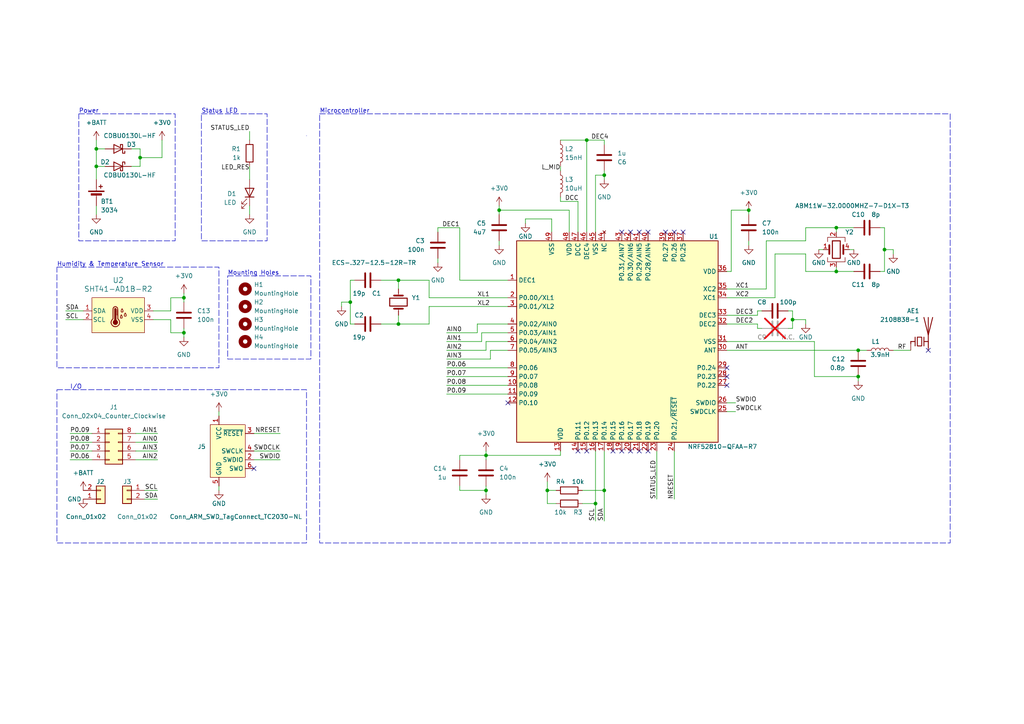
<source format=kicad_sch>
(kicad_sch (version 20230121) (generator eeschema)
  (paper "A4")
  (lib_symbols
    (symbol "Connector:Conn_ARM_SWD_TagConnect_TC2030-NL" (in_bom no)
      (property "Reference" "J" (at 2.54 11.43 0))
      (property "Value" "Conn_ARM_SWD_TagConnect_TC2030-NL" (at 2.54 8.89 0))
      (symbol "Conn_ARM_SWD_TagConnect_TC2030-NL_0_0"
        (pin power_in line (at -2.54 10.16 270) (length 2.54) (name "VCC") (number "1"))
        (pin bidirectional line (at 7.62 -2.54 180) (length 2.54) (name "SWDIO") (number "2"))
        (pin open_collector line (at 7.62 5.08 180) (length 2.54) (name "~{RESET}") (number "3"))
        (pin output line (at 7.62 0 180) (length 2.54) (name "SWCLK") (number "4"))
        (pin power_in line (at -2.54 -10.16 90) (length 2.54) (name "GND") (number "5"))
        (pin input line (at 7.62 -5.08 180) (length 2.54) (name "SWO") (number "6"))
      )
      (symbol "Conn_ARM_SWD_TagConnect_TC2030-NL_0_1"
        (rectangle (start -5.08 7.62) (end 5.08 -7.62) (fill (type background)))
      )
    )
    (symbol "Connector_Generic:Conn_01x02" (pin_names (offset 1.016) hide)
      (property "Reference" "J" (at 0 2.54 0))
      (property "Value" "Conn_01x02" (at 0 -5.08 0))
      (symbol "Conn_01x02_1_1"
        (rectangle (start -1.27 -2.413) (end 0 -2.667) (stroke (width 0.1524)))
        (rectangle (start -1.27 0.127) (end 0 -0.127) (stroke (width 0.1524)))
        (rectangle (start -1.27 1.27) (end 1.27 -3.81) (stroke (width 0.254)) (fill (type background)))
        (pin passive line (at -5.08 0 0) (length 3.81) (name "Pin_1") (number "1"))
        (pin passive line (at -5.08 -2.54 0) (length 3.81) (name "Pin_2") (number "2"))
      )
    )
    (symbol "Connector_Generic:Conn_02x04_Counter_Clockwise" (pin_names (offset 1.016) hide)
      (property "Reference" "J" (at 1.27 5.08 0))
      (property "Value" "Conn_02x04_Counter_Clockwise" (at 1.27 -7.62 0))
      (symbol "Conn_02x04_Counter_Clockwise_1_1"
        (rectangle (start -1.27 -4.953) (end 0 -5.207) (stroke (width 0.1524)))
        (rectangle (start -1.27 -2.413) (end 0 -2.667) (stroke (width 0.1524)))
        (rectangle (start -1.27 0.127) (end 0 -0.127) (stroke (width 0.1524)))
        (rectangle (start -1.27 2.667) (end 0 2.413) (stroke (width 0.1524)))
        (rectangle (start -1.27 3.81) (end 3.81 -6.35) (stroke (width 0.254)) (fill (type background)))
        (rectangle (start 3.81 -4.953) (end 2.54 -5.207) (stroke (width 0.1524)))
        (rectangle (start 3.81 -2.413) (end 2.54 -2.667) (stroke (width 0.1524)))
        (rectangle (start 3.81 0.127) (end 2.54 -0.127) (stroke (width 0.1524)))
        (rectangle (start 3.81 2.667) (end 2.54 2.413) (stroke (width 0.1524)))
        (pin passive line (at -5.08 2.54 0) (length 3.81) (name "Pin_1") (number "1"))
        (pin passive line (at -5.08 0 0) (length 3.81) (name "Pin_2") (number "2"))
        (pin passive line (at -5.08 -2.54 0) (length 3.81) (name "Pin_3") (number "3"))
        (pin passive line (at -5.08 -5.08 0) (length 3.81) (name "Pin_4") (number "4"))
        (pin passive line (at 7.62 -5.08 180) (length 3.81) (name "Pin_5") (number "5"))
        (pin passive line (at 7.62 -2.54 180) (length 3.81) (name "Pin_6") (number "6"))
        (pin passive line (at 7.62 0 180) (length 3.81) (name "Pin_7") (number "7"))
        (pin passive line (at 7.62 2.54 180) (length 3.81) (name "Pin_8") (number "8"))
      )
    )
    (symbol "Device:Antenna_Chip" (pin_numbers hide) (pin_names (offset 1.016) hide)
      (property "Reference" "AE" (at 0 5.08 0))
      (property "Value" "Antenna_Chip" (at 0 3.175 0))
      (symbol "Antenna_Chip_0_1"
        (polyline (pts (xy -2.54 0) (xy -2.54 -0.635)) (stroke (width 0.254)))
        (polyline (pts (xy -2.54 0) (xy -1.27 0)) (stroke (width 0.254)))
        (polyline (pts (xy 1.27 0) (xy 2.54 0)) (stroke (width 0.254)))
        (polyline (pts (xy 1.27 1.27) (xy 1.27 -1.27)) (stroke (width 0.254)))
        (polyline (pts (xy 2.54 -0.635) (xy 2.54 0)))
        (polyline (pts (xy 2.54 6.985) (xy 2.54 -1.905)) (stroke (width 0.254)))
        (polyline (pts (xy -1.27 1.27) (xy -1.27 -1.27) (xy -1.27 0)) (stroke (width 0.254)))
        (polyline (pts (xy 3.81 6.985) (xy 2.54 1.905) (xy 1.27 6.985)) (stroke (width 0.254)))
        (polyline (pts (xy -0.635 1.27) (xy 0.635 1.27) (xy 0.635 -1.27) (xy -0.635 -1.27) (xy -0.635 1.27)) (stroke (width 0.254)))
      )
      (symbol "Antenna_Chip_1_1"
        (pin input line (at -2.54 -2.54 90) (length 2.54) (name "FEED") (number "1"))
        (pin passive line (at 2.54 -2.54 90) (length 2.54) (name "PCB_Trace") (number "2"))
      )
    )
    (symbol "Device:Battery_Cell" (pin_numbers hide) (pin_names (offset 0) hide)
      (property "Reference" "BT" (at 2.54 2.54 0))
      (property "Value" "Battery_Cell" (at 2.54 0 0))
      (symbol "Battery_Cell_0_1"
        (rectangle (start -2.286 1.778) (end 2.286 1.524) (fill (type outline)))
        (rectangle (start -1.524 1.016) (end 1.524 0.508) (fill (type outline)))
        (polyline (pts (xy 0 0.762) (xy 0 0)))
        (polyline (pts (xy 0 1.778) (xy 0 2.54)))
        (polyline (pts (xy 0.762 3.048) (xy 1.778 3.048)) (stroke (width 0.254)))
        (polyline (pts (xy 1.27 3.556) (xy 1.27 2.54)) (stroke (width 0.254)))
      )
      (symbol "Battery_Cell_1_1"
        (pin passive line (at 0 5.08 270) (length 2.54) (name "+") (number "1"))
        (pin passive line (at 0 -2.54 90) (length 2.54) (name "-") (number "2"))
      )
    )
    (symbol "Device:C" (pin_numbers hide) (pin_names (offset 0.254))
      (property "Reference" "C" (at 0.635 2.54 0))
      (property "Value" "C" (at 0.635 -2.54 0))
      (symbol "C_0_1"
        (polyline (pts (xy -2.032 -0.762) (xy 2.032 -0.762)) (stroke (width 0.508)))
        (polyline (pts (xy -2.032 0.762) (xy 2.032 0.762)) (stroke (width 0.508)))
      )
      (symbol "C_1_1"
        (pin passive line (at 0 3.81 270) (length 2.794) (name "~") (number "1"))
        (pin passive line (at 0 -3.81 90) (length 2.794) (name "~") (number "2"))
      )
    )
    (symbol "Device:Crystal" (pin_numbers hide) (pin_names (offset 1.016) hide)
      (property "Reference" "Y" (at 0 3.81 0))
      (property "Value" "Crystal" (at 0 -3.81 0))
      (symbol "Crystal_0_1"
        (rectangle (start -1.143 2.54) (end 1.143 -2.54) (stroke (width 0.3048)))
        (polyline (pts (xy -2.54 0) (xy -1.905 0)))
        (polyline (pts (xy -1.905 -1.27) (xy -1.905 1.27)) (stroke (width 0.508)))
        (polyline (pts (xy 1.905 -1.27) (xy 1.905 1.27)) (stroke (width 0.508)))
        (polyline (pts (xy 2.54 0) (xy 1.905 0)))
      )
      (symbol "Crystal_1_1"
        (pin passive line (at -3.81 0 0) (length 1.27) (name "1") (number "1"))
        (pin passive line (at 3.81 0 180) (length 1.27) (name "2") (number "2"))
      )
    )
    (symbol "Device:Crystal_GND23" (pin_names (offset 1.016) hide)
      (property "Reference" "Y" (at 3.175 5.08 0))
      (property "Value" "Crystal_GND23" (at 3.175 3.175 0))
      (symbol "Crystal_GND23_0_1"
        (rectangle (start -1.143 2.54) (end 1.143 -2.54) (stroke (width 0.3048)))
        (polyline (pts (xy -2.54 0) (xy -2.032 0)))
        (polyline (pts (xy -2.032 -1.27) (xy -2.032 1.27)) (stroke (width 0.508)))
        (polyline (pts (xy 0 -3.81) (xy 0 -3.556)))
        (polyline (pts (xy 0 3.556) (xy 0 3.81)))
        (polyline (pts (xy 2.032 -1.27) (xy 2.032 1.27)) (stroke (width 0.508)))
        (polyline (pts (xy 2.032 0) (xy 2.54 0)))
        (polyline (pts (xy -2.54 -2.286) (xy -2.54 -3.556) (xy 2.54 -3.556) (xy 2.54 -2.286)))
        (polyline (pts (xy -2.54 2.286) (xy -2.54 3.556) (xy 2.54 3.556) (xy 2.54 2.286)))
      )
      (symbol "Crystal_GND23_1_1"
        (pin passive line (at -3.81 0 0) (length 1.27) (name "1") (number "1"))
        (pin passive line (at 0 5.08 270) (length 1.27) (name "2") (number "2"))
        (pin passive line (at 0 -5.08 90) (length 1.27) (name "3") (number "3"))
        (pin passive line (at 3.81 0 180) (length 1.27) (name "4") (number "4"))
      )
    )
    (symbol "Device:D_Schottky" (pin_numbers hide) (pin_names (offset 1.016) hide)
      (property "Reference" "D" (at 0 2.54 0))
      (property "Value" "D_Schottky" (at 0 -2.54 0))
      (symbol "D_Schottky_0_1"
        (polyline (pts (xy 1.27 0) (xy -1.27 0)))
        (polyline (pts (xy 1.27 1.27) (xy 1.27 -1.27) (xy -1.27 0) (xy 1.27 1.27)) (stroke (width 0.254)))
        (polyline (pts (xy -1.905 0.635) (xy -1.905 1.27) (xy -1.27 1.27) (xy -1.27 -1.27) (xy -0.635 -1.27) (xy -0.635 -0.635)) (stroke (width 0.254)))
      )
      (symbol "D_Schottky_1_1"
        (pin passive line (at -3.81 0 0) (length 2.54) (name "K") (number "1"))
        (pin passive line (at 3.81 0 180) (length 2.54) (name "A") (number "2"))
      )
    )
    (symbol "Device:L" (pin_numbers hide) (pin_names (offset 1.016) hide)
      (property "Reference" "L" (at -1.27 0 90))
      (property "Value" "L" (at 1.905 0 90))
      (symbol "L_0_1"
        (arc (start 0 -2.54) (mid 0.6323 -1.905) (end 0 -1.27))
        (arc (start 0 -1.27) (mid 0.6323 -0.635) (end 0 0))
        (arc (start 0 0) (mid 0.6323 0.635) (end 0 1.27))
        (arc (start 0 1.27) (mid 0.6323 1.905) (end 0 2.54))
      )
      (symbol "L_1_1"
        (pin passive line (at 0 3.81 270) (length 1.27) (name "1") (number "1"))
        (pin passive line (at 0 -3.81 90) (length 1.27) (name "2") (number "2"))
      )
    )
    (symbol "Device:LED" (pin_numbers hide) (pin_names (offset 1.016) hide)
      (property "Reference" "D" (at 0 2.54 0))
      (property "Value" "LED" (at 0 -2.54 0))
      (symbol "LED_0_1"
        (polyline (pts (xy -1.27 -1.27) (xy -1.27 1.27)) (stroke (width 0.254)))
        (polyline (pts (xy -1.27 0) (xy 1.27 0)))
        (polyline (pts (xy 1.27 -1.27) (xy 1.27 1.27) (xy -1.27 0) (xy 1.27 -1.27)) (stroke (width 0.254)))
        (polyline (pts (xy -3.048 -0.762) (xy -4.572 -2.286) (xy -3.81 -2.286) (xy -4.572 -2.286) (xy -4.572 -1.524)))
        (polyline (pts (xy -1.778 -0.762) (xy -3.302 -2.286) (xy -2.54 -2.286) (xy -3.302 -2.286) (xy -3.302 -1.524)))
      )
      (symbol "LED_1_1"
        (pin passive line (at -3.81 0 0) (length 2.54) (name "K") (number "1"))
        (pin passive line (at 3.81 0 180) (length 2.54) (name "A") (number "2"))
      )
    )
    (symbol "Device:R" (pin_numbers hide) (pin_names (offset 0))
      (property "Reference" "R" (at 2.032 0 90))
      (property "Value" "R" (at 0 0 90))
      (symbol "R_0_1"
        (rectangle (start -1.016 -2.54) (end 1.016 2.54) (stroke (width 0.254)))
      )
      (symbol "R_1_1"
        (pin passive line (at 0 3.81 270) (length 1.27) (name "~") (number "1"))
        (pin passive line (at 0 -3.81 90) (length 1.27) (name "~") (number "2"))
      )
    )
    (symbol "Mechanical:MountingHole" (pin_names (offset 1.016))
      (property "Reference" "H" (at 0 5.08 0))
      (property "Value" "MountingHole" (at 0 3.175 0))
      (symbol "MountingHole_0_1"
        (circle (center 0 0) (radius 1.27) (stroke (width 1.27)))
      )
    )
    (symbol "encyclopedia_galactica:NRF52810-QFAA-R7"
      (property "Reference" "U" (at 0 54.61 0))
      (property "Value" "NRF52810-QFAA-R7" (at 0 52.07 0))
      (symbol "NRF52810-QFAA-R7_0_1"
        (rectangle (start -29.21 29.21) (end 29.21 -29.21) (stroke (width 0.254)) (fill (type background)))
      )
      (symbol "NRF52810-QFAA-R7_1_1"
        (pin passive line (at -31.75 17.78 0) (length 2.54) (name "DEC1") (number "1"))
        (pin bidirectional line (at -31.75 -12.7 0) (length 2.54) (name "P0.08") (number "10"))
        (pin bidirectional line (at -31.75 -15.24 0) (length 2.54) (name "P0.09") (number "11"))
        (pin bidirectional line (at -31.75 -17.78 0) (length 2.54) (name "P0.10") (number "12"))
        (pin power_in line (at -16.51 -31.75 90) (length 2.54) (name "VDD") (number "13"))
        (pin bidirectional line (at -11.43 -31.75 90) (length 2.54) (name "P0.11") (number "14"))
        (pin bidirectional line (at -8.89 -31.75 90) (length 2.54) (name "P0.12") (number "15"))
        (pin bidirectional line (at -6.35 -31.75 90) (length 2.54) (name "P0.13") (number "16"))
        (pin bidirectional line (at -3.81 -31.75 90) (length 2.54) (name "P0.14") (number "17"))
        (pin bidirectional line (at -1.27 -31.75 90) (length 2.54) (name "P0.15") (number "18"))
        (pin bidirectional line (at 1.27 -31.75 90) (length 2.54) (name "P0.16") (number "19"))
        (pin bidirectional line (at -31.75 12.7 0) (length 2.54) (name "P0.00/XL1") (number "2"))
        (pin bidirectional line (at 3.81 -31.75 90) (length 2.54) (name "P0.17") (number "20"))
        (pin bidirectional line (at 6.35 -31.75 90) (length 2.54) (name "P0.18") (number "21"))
        (pin bidirectional line (at 8.89 -31.75 90) (length 2.54) (name "P0.19") (number "22"))
        (pin bidirectional line (at 11.43 -31.75 90) (length 2.54) (name "P0.20") (number "23"))
        (pin bidirectional line (at 16.51 -31.75 90) (length 2.54) (name "P0.21/~{RESET}") (number "24"))
        (pin input line (at 31.75 -20.32 180) (length 2.54) (name "SWDCLK") (number "25"))
        (pin bidirectional line (at 31.75 -17.78 180) (length 2.54) (name "SWDIO") (number "26"))
        (pin bidirectional line (at 31.75 -12.7 180) (length 2.54) (name "P0.22") (number "27"))
        (pin bidirectional line (at 31.75 -10.16 180) (length 2.54) (name "P0.23") (number "28"))
        (pin bidirectional line (at 31.75 -7.62 180) (length 2.54) (name "P0.24") (number "29"))
        (pin bidirectional line (at -31.75 10.16 0) (length 2.54) (name "P0.01/XL2") (number "3"))
        (pin passive line (at 31.75 -2.54 180) (length 2.54) (name "ANT") (number "30"))
        (pin power_in line (at 31.75 0 180) (length 2.54) (name "VSS") (number "31"))
        (pin passive line (at 31.75 5.08 180) (length 2.54) (name "DEC2") (number "32"))
        (pin passive line (at 31.75 7.62 180) (length 2.54) (name "DEC3") (number "33"))
        (pin input line (at 31.75 12.7 180) (length 2.54) (name "XC1") (number "34"))
        (pin input line (at 31.75 15.24 180) (length 2.54) (name "XC2") (number "35"))
        (pin passive line (at 31.75 20.32 180) (length 2.54) (name "VDD") (number "36"))
        (pin bidirectional line (at 19.05 31.75 270) (length 2.54) (name "P0.25") (number "37"))
        (pin bidirectional line (at 16.51 31.75 270) (length 2.54) (name "P0.26") (number "38"))
        (pin bidirectional line (at 13.97 31.75 270) (length 2.54) (name "P0.27") (number "39"))
        (pin bidirectional line (at -31.75 5.08 0) (length 2.54) (name "P0.02/AIN0") (number "4"))
        (pin bidirectional line (at 8.89 31.75 270) (length 2.54) (name "P0.28/AIN4") (number "40"))
        (pin bidirectional line (at 6.35 31.75 270) (length 2.54) (name "P0.29/AIN5") (number "41"))
        (pin bidirectional line (at 3.81 31.75 270) (length 2.54) (name "P0.30/AIN6") (number "42"))
        (pin bidirectional line (at 1.27 31.75 270) (length 2.54) (name "P0.31/AIN7") (number "43"))
        (pin no_connect line (at -3.81 31.75 270) (length 2.54) (name "NC") (number "44"))
        (pin passive line (at -6.35 31.75 270) (length 2.54) (name "VSS") (number "45"))
        (pin passive line (at -8.89 31.75 270) (length 2.54) (name "DEC4") (number "46"))
        (pin power_out line (at -11.43 31.75 270) (length 2.54) (name "DCC") (number "47"))
        (pin passive line (at -13.97 31.75 270) (length 2.54) (name "VDD") (number "48"))
        (pin passive line (at -19.05 31.75 270) (length 2.54) (name "VSS") (number "49"))
        (pin bidirectional line (at -31.75 2.54 0) (length 2.54) (name "P0.03/AIN1") (number "5"))
        (pin bidirectional line (at -31.75 0 0) (length 2.54) (name "P0.04/AIN2") (number "6"))
        (pin bidirectional line (at -31.75 -2.54 0) (length 2.54) (name "P0.05/AIN3") (number "7"))
        (pin bidirectional line (at -31.75 -7.62 0) (length 2.54) (name "P0.06") (number "8"))
        (pin bidirectional line (at -31.75 -10.16 0) (length 2.54) (name "P0.07") (number "9"))
      )
    )
    (symbol "encyclopedia_galactica:SHT41-AD1B-R2" (pin_names (offset 0.254))
      (property "Reference" "U" (at 0 13.97 0))
      (property "Value" "SHT41-AD1B-R2" (at 0 11.43 0))
      (symbol "SHT41-AD1B-R2_0_0"
        (polyline (pts (xy -0.7782 -2.7679) (xy -0.7538 -2.7614) (xy -0.6273 -2.7452) (xy -0.5713 -2.733) (xy -0.4386 -2.65) (xy -0.3005 -2.5149) (xy -0.1862 -2.3589) (xy -0.1253 -2.2133) (xy -0.1122 -1.9777) (xy -0.1841 -1.7536) (xy -0.3553 -1.5359) (xy -0.5465 -1.3446) (xy -0.5465 0.2882) (xy -0.5465 1.9209) (xy -0.6855 2.012) (xy -0.7691 2.0613) (xy -0.8546 2.0708) (xy -0.9634 2.012) (xy -1.1023 1.9209) (xy -1.1023 0.2767) (xy -1.1023 -1.3675) (xy -1.2424 -1.4777) (xy -1.2888 -1.5171) (xy -1.4497 -1.7284) (xy -1.5229 -1.9679) (xy -1.5126 -2.2124) (xy -1.4228 -2.4384) (xy -1.2576 -2.6226) (xy -1.0211 -2.7416) (xy -0.8813 -2.7694) (xy -0.7782 -2.7679)) (stroke (width 0.01)) (fill (type outline)))
        (polyline (pts (xy 2.1727 -0.3391) (xy 2.3119 -0.2679) (xy 2.3683 -0.175) (xy 2.3992 -0.0278) (xy 2.3871 0.0546) (xy 2.337 0.2108) (xy 2.2619 0.3868) (xy 2.177 0.5511) (xy 2.0973 0.6727) (xy 2.0379 0.7202) (xy 1.9994 0.6955) (xy 1.9245 0.5928) (xy 1.8393 0.4391) (xy 1.7593 0.2658) (xy 1.6999 0.1045) (xy 1.6767 -0.0135) (xy 1.6805 -0.0349) (xy 1.7878 -0.0349) (xy 1.7977 0.0177) (xy 1.8421 0.1542) (xy 1.9103 0.3256) (xy 2.0328 0.6103) (xy 2.1597 0.3359) (xy 2.2226 0.1922) (xy 2.2764 0.0231) (xy 2.275 -0.0919) (xy 2.2213 -0.1774) (xy 2.1655 -0.214) (xy 2.0379 -0.2441) (xy 1.9584 -0.2324) (xy 1.8367 -0.1559) (xy 1.7878 -0.0349) (xy 1.6805 -0.0349) (xy 1.6952 -0.1171) (xy 1.7686 -0.2536) (xy 1.8305 -0.3015) (xy 1.9945 -0.3498) (xy 2.1727 -0.3391)) (stroke (width 0.01)) (fill (type outline)))
        (polyline (pts (xy 1.2779 0.8852) (xy 1.3876 0.9342) (xy 1.439 1.0346) (xy 1.4494 1.2197) (xy 1.4056 1.4476) (xy 1.3104 1.6903) (xy 1.2438 1.815) (xy 1.1682 1.9333) (xy 1.1209 1.9791) (xy 1.087 1.9506) (xy 1.016 1.8457) (xy 0.9313 1.6903) (xy 0.8493 1.4902) (xy 0.7962 1.2577) (xy 0.7964 1.2083) (xy 0.8985 1.2083) (xy 0.907 1.2863) (xy 0.947 1.4367) (xy 1.0063 1.5899) (xy 1.0699 1.7089) (xy 1.1227 1.7568) (xy 1.1687 1.7194) (xy 1.2295 1.6057) (xy 1.286 1.4514) (xy 1.3252 1.2933) (xy 1.3338 1.1679) (xy 1.3235 1.1054) (xy 1.2709 1.0212) (xy 1.1467 0.9899) (xy 1.1356 0.9889) (xy 0.987 0.994) (xy 0.9164 1.0597) (xy 0.8985 1.2083) (xy 0.7964 1.2083) (xy 0.7968 1.063) (xy 0.8541 0.9342) (xy 0.9555 0.8871) (xy 1.116 0.8695) (xy 1.2779 0.8852)) (stroke (width 0.01)) (fill (type outline)))
        (polyline (pts (xy 1.1245 -0.8535) (xy 1.1312 -0.8498) (xy 1.2085 -0.7577) (xy 1.2315 -0.5895) (xy 1.2238 -0.507) (xy 1.1823 -0.3342) (xy 1.116 -0.1464) (xy 1.038 0.0259) (xy 0.9612 0.1517) (xy 0.8985 0.2005) (xy 0.864 0.1827) (xy 0.7914 0.0847) (xy 0.7123 -0.0722) (xy 0.6397 -0.2572) (xy 0.5864 -0.4397) (xy 0.5682 -0.5702) (xy 0.6762 -0.5702) (xy 0.6847 -0.4923) (xy 0.7246 -0.3419) (xy 0.784 -0.1887) (xy 0.8476 -0.0697) (xy 0.9004 -0.0218) (xy 0.9464 -0.0591) (xy 1.0072 -0.1728) (xy 1.0637 -0.3271) (xy 1.1029 -0.4853) (xy 1.1115 -0.6106) (xy 1.1012 -0.6731) (xy 1.0485 -0.7574) (xy 0.9243 -0.7887) (xy 0.9133 -0.7897) (xy 0.7647 -0.7846) (xy 0.6941 -0.7188) (xy 0.6762 -0.5702) (xy 0.5682 -0.5702) (xy 0.5656 -0.5887) (xy 0.5845 -0.7427) (xy 0.6623 -0.851) (xy 0.7257 -0.88) (xy 0.9286 -0.906) (xy 1.1245 -0.8535)) (stroke (width 0.01)) (fill (type outline)))
        (polyline (pts (xy -0.5545 -3.3797) (xy -0.2175 -3.2426) (xy 0.0945 -2.9972) (xy 0.1243 -2.9669) (xy 0.3463 -2.6832) (xy 0.4707 -2.3844) (xy 0.5089 -2.044) (xy 0.476 -1.8294) (xy 0.3828 -1.5698) (xy 0.2505 -1.3237) (xy 0.1 -1.1376) (xy -0.0463 -1.0029) (xy -0.0464 0.4742) (xy -0.0467 0.7893) (xy -0.0488 1.1761) (xy -0.0534 1.4752) (xy -0.0614 1.7005) (xy -0.0736 1.8661) (xy -0.0909 1.986) (xy -0.1139 2.0742) (xy -0.1437 2.1447) (xy -0.2598 2.3183) (xy -0.4689 2.4887) (xy -0.7142 2.5745) (xy -0.9722 2.5687) (xy -1.2192 2.4643) (xy -1.2384 2.4513) (xy -1.3421 2.3751) (xy -1.424 2.294) (xy -1.4867 2.1948) (xy -1.5327 2.0641) (xy -1.5646 1.8887) (xy -1.585 1.6553) (xy -1.5964 1.3506) (xy -1.6014 0.9613) (xy -1.6025 0.4742) (xy -1.6026 -1.0029) (xy -1.7489 -1.1376) (xy -1.8907 -1.3105) (xy -2.0247 -1.5544) (xy -2.1208 -1.8145) (xy -2.1578 -2.044) (xy -2.1575 -2.0827) (xy -2.138 -2.2218) (xy -1.9808 -2.2218) (xy -1.9707 -1.897) (xy -1.8626 -1.5804) (xy -1.6554 -1.2905) (xy -1.4358 -1.0597) (xy -1.4358 0.4346) (xy -1.4358 0.4797) (xy -1.4346 0.9365) (xy -1.4309 1.2963) (xy -1.424 1.572) (xy -1.4133 1.7764) (xy -1.398 1.9226) (xy -1.3777 2.0235) (xy -1.3515 2.0921) (xy -1.3513 2.0925) (xy -1.216 2.2564) (xy -1.0244 2.3768) (xy -0.8244 2.4237) (xy -0.7891 2.4224) (xy -0.5709 2.3561) (xy -0.3871 2.2073) (xy -0.2603 2.0002) (xy -0.2131 1.7595) (xy -0.2144 1.7118) (xy -0.2434 1.6157) (xy -0.3242 1.59) (xy -0.389 1.5745) (xy -0.4354 1.5066) (xy -0.4147 1.458) (xy -0.3242 1.4233) (xy -0.2391 1.3933) (xy -0.2131 1.2843) (xy -0.237 1.1779) (xy -0.3242 1.1454) (xy -0.389 1.1299) (xy -0.4354 1.062) (xy -0.4147 1.0134) (xy -0.3242 0.9786) (xy -0.2391 0.9486) (xy -0.2131 0.8397) (xy -0.237 0.7333) (xy -0.3242 0.7007) (xy -0.389 0.6853) (xy -0.4354 0.6174) (xy -0.4147 0.5687) (xy -0.3242 0.534) (xy -0.2391 0.504) (xy -0.2131 0.395) (xy -0.237 0.2887) (xy -0.3242 0.2561) (xy -0.389 0.2406) (xy -0.4354 0.1727) (xy -0.4147 0.1241) (xy -0.3242 0.0894) (xy -0.3128 0.0892) (xy -0.2667 0.0778) (xy -0.2375 0.0345) (xy -0.2213 -0.0606) (xy -0.2145 -0.2272) (xy -0.2131 -0.4852) (xy -0.2131 -1.0597) (xy 0.0065 -1.2905) (xy 0.1132 -1.418) (xy 0.2758 -1.7239) (xy 0.3386 -2.0486) (xy 0.3025 -2.3736) (xy 0.168 -2.6806) (xy -0.0639 -2.9511) (xy -0.1168 -2.9941) (xy -0.3007 -3.1115) (xy -0.4755 -3.1865) (xy -0.586 -3.2131) (xy -0.9384 -3.2355) (xy -1.2628 -3.1514) (xy -1.568 -2.9592) (xy -1.7106 -2.8208) (xy -1.8938 -2.5359) (xy -1.9808 -2.2218) (xy -2.138 -2.2218) (xy -2.1106 -2.4174) (xy -1.9764 -2.7137) (xy -1.7434 -2.9978) (xy -1.5826 -3.142) (xy -1.4085 -3.2682) (xy -1.2691 -3.3395) (xy -0.9161 -3.4084) (xy -0.5545 -3.3797)) (stroke (width 0.01)) (fill (type outline)))
      )
      (symbol "SHT41-AD1B-R2_1_1"
        (rectangle (start -7.62 5.08) (end 7.62 -5.08) (fill (type background)))
        (pin bidirectional line (at -10.16 1.27 0) (length 2.54) (name "SDA") (number "1"))
        (pin input line (at -10.16 -1.27 0) (length 2.54) (name "SCL") (number "2"))
        (pin power_in line (at 10.16 1.27 180) (length 2.54) (name "VDD") (number "3"))
        (pin power_out line (at 10.16 -1.27 180) (length 2.54) (name "VSS") (number "4"))
      )
    )
    (symbol "power:+3V0" (power) (pin_names (offset 0))
      (property "Value" "+3V0" (at 0 3.556 0))
      (symbol "+3V0_0_1"
        (polyline (pts (xy -0.762 1.27) (xy 0 2.54)))
        (polyline (pts (xy 0 0) (xy 0 2.54)))
        (polyline (pts (xy 0 2.54) (xy 0.762 1.27)))
      )
      (symbol "+3V0_1_1"
        (pin power_in line (at 0 0 90) (length 0) hide (name "+3V0") (number "1"))
      )
    )
    (symbol "power:+BATT" (power) (pin_names (offset 0))
      (property "Value" "+BATT" (at 0 3.556 0))
      (symbol "+BATT_0_1"
        (polyline (pts (xy -0.762 1.27) (xy 0 2.54)))
        (polyline (pts (xy 0 0) (xy 0 2.54)))
        (polyline (pts (xy 0 2.54) (xy 0.762 1.27)))
      )
      (symbol "+BATT_1_1"
        (pin power_in line (at 0 0 90) (length 0) hide (name "+BATT") (number "1"))
      )
    )
    (symbol "power:GND" (power) (pin_names (offset 0))
      (property "Value" "GND" (at 0 -3.81 0))
      (symbol "GND_0_1"
        (polyline (pts (xy 0 0) (xy 0 -1.27) (xy 1.27 -1.27) (xy 0 -2.54) (xy -1.27 -1.27) (xy 0 -1.27)))
      )
      (symbol "GND_1_1"
        (pin power_in line (at 0 0 270) (length 0) hide (name "GND") (number "1"))
      )
    )
  )
  (junction (at 140.97 142.24))
  (junction (at 242.57 66.04))
  (junction (at 27.94 48.26))
  (junction (at 217.17 60.96))
  (junction (at 248.92 109.22))
  (junction (at 140.97 132.08))
  (junction (at 175.26 50.8))
  (junction (at 158.75 142.24))
  (junction (at 248.92 101.6))
  (junction (at 144.78 60.96))
  (junction (at 115.57 93.98))
  (junction (at 53.34 96.52))
  (junction (at 27.94 43.18))
  (junction (at 170.18 40.64))
  (junction (at 175.26 142.24))
  (junction (at 172.72 146.05))
  (junction (at 40.64 45.72))
  (junction (at 242.57 78.74))
  (junction (at 101.6 87.63))
  (junction (at 229.87 92.71))
  (junction (at 115.57 81.28))
  (junction (at 53.34 86.36))
  (junction (at 256.54 72.39))
  (no_connect (at 182.88 130.81))
  (no_connect (at 73.66 135.89))
  (no_connect (at 210.82 111.76))
  (no_connect (at 210.82 109.22))
  (no_connect (at 167.64 130.81))
  (no_connect (at 269.24 101.6))
  (no_connect (at 180.34 130.81))
  (no_connect (at 170.18 130.81))
  (no_connect (at 177.8 130.81))
  (no_connect (at 187.96 67.31))
  (no_connect (at 147.32 116.84))
  (no_connect (at 185.42 130.81))
  (no_connect (at 185.42 67.31))
  (no_connect (at 180.34 67.31))
  (no_connect (at 187.96 130.81))
  (no_connect (at 195.58 67.31))
  (no_connect (at 193.04 67.31))
  (no_connect (at 182.88 67.31))
  (no_connect (at 210.82 106.68))
  (no_connect (at 198.12 67.31))
  (wire (pts (xy 129.54 99.06) (xy 139.7 99.06)))
  (wire (pts (xy 127 74.93) (xy 127 76.2)))
  (wire (pts (xy 101.6 93.98) (xy 101.6 87.63)))
  (wire (pts (xy 175.26 49.53) (xy 175.26 50.8)))
  (wire (pts (xy 242.57 78.74) (xy 242.57 77.47)))
  (wire (pts (xy 212.09 78.74) (xy 210.82 78.74)))
  (wire (pts (xy 19.05 92.71) (xy 24.13 92.71)))
  (wire (pts (xy 147.32 96.52) (xy 139.7 96.52)))
  (wire (pts (xy 222.25 69.85) (xy 222.25 83.82)))
  (wire (pts (xy 129.54 114.3) (xy 147.32 114.3)))
  (wire (pts (xy 233.68 92.71) (xy 229.87 92.71)))
  (wire (pts (xy 161.29 142.24) (xy 158.75 142.24)))
  (wire (pts (xy 224.79 73.66) (xy 233.68 73.66)))
  (wire (pts (xy 38.1 43.18) (xy 40.64 43.18)))
  (wire (pts (xy 172.72 146.05) (xy 172.72 151.13)))
  (wire (pts (xy 160.02 63.5) (xy 152.4 63.5)))
  (wire (pts (xy 53.34 85.09) (xy 53.34 86.36)))
  (wire (pts (xy 115.57 81.28) (xy 115.57 83.82)))
  (wire (pts (xy 190.5 130.81) (xy 190.5 144.78)))
  (wire (pts (xy 124.46 81.28) (xy 124.46 86.36)))
  (wire (pts (xy 259.08 101.6) (xy 264.16 101.6)))
  (wire (pts (xy 27.94 48.26) (xy 30.48 48.26)))
  (wire (pts (xy 27.94 59.69) (xy 27.94 62.23)))
  (wire (pts (xy 144.78 71.12) (xy 144.78 69.85)))
  (wire (pts (xy 140.97 99.06) (xy 140.97 101.6)))
  (wire (pts (xy 39.37 130.81) (xy 45.72 130.81)))
  (wire (pts (xy 49.53 86.36) (xy 53.34 86.36)))
  (wire (pts (xy 256.54 78.74) (xy 256.54 72.39)))
  (wire (pts (xy 162.56 58.42) (xy 167.64 58.42)))
  (wire (pts (xy 220.98 95.25) (xy 219.71 95.25)))
  (wire (pts (xy 72.39 38.1) (xy 72.39 40.64)))
  (wire (pts (xy 102.87 93.98) (xy 101.6 93.98)))
  (wire (pts (xy 140.97 140.97) (xy 140.97 142.24)))
  (wire (pts (xy 129.54 101.6) (xy 140.97 101.6)))
  (wire (pts (xy 129.54 106.68) (xy 147.32 106.68)))
  (wire (pts (xy 140.97 132.08) (xy 140.97 133.35)))
  (wire (pts (xy 129.54 109.22) (xy 147.32 109.22)))
  (wire (pts (xy 127 67.31) (xy 127 66.04)))
  (wire (pts (xy 27.94 40.64) (xy 27.94 43.18)))
  (wire (pts (xy 133.35 81.28) (xy 133.35 66.04)))
  (wire (pts (xy 133.35 66.04) (xy 127 66.04)))
  (wire (pts (xy 147.32 93.98) (xy 138.43 93.98)))
  (wire (pts (xy 233.68 93.98) (xy 233.68 92.71)))
  (wire (pts (xy 248.92 101.6) (xy 251.46 101.6)))
  (wire (pts (xy 229.87 92.71) (xy 229.87 95.25)))
  (wire (pts (xy 49.53 90.17) (xy 49.53 86.36)))
  (wire (pts (xy 39.37 133.35) (xy 45.72 133.35)))
  (wire (pts (xy 40.64 43.18) (xy 40.64 45.72)))
  (wire (pts (xy 133.35 132.08) (xy 140.97 132.08)))
  (wire (pts (xy 53.34 86.36) (xy 53.34 87.63)))
  (wire (pts (xy 242.57 66.04) (xy 233.68 66.04)))
  (wire (pts (xy 238.76 72.39) (xy 237.49 72.39)))
  (wire (pts (xy 170.18 40.64) (xy 170.18 67.31)))
  (wire (pts (xy 129.54 111.76) (xy 147.32 111.76)))
  (wire (pts (xy 220.98 90.17) (xy 219.71 90.17)))
  (wire (pts (xy 172.72 130.81) (xy 172.72 146.05)))
  (wire (pts (xy 140.97 130.81) (xy 140.97 132.08)))
  (wire (pts (xy 165.1 60.96) (xy 144.78 60.96)))
  (wire (pts (xy 228.6 90.17) (xy 229.87 90.17)))
  (wire (pts (xy 20.32 128.27) (xy 26.67 128.27)))
  (wire (pts (xy 210.82 99.06) (xy 236.22 99.06)))
  (wire (pts (xy 99.06 88.9) (xy 99.06 87.63)))
  (wire (pts (xy 133.35 140.97) (xy 133.35 142.24)))
  (wire (pts (xy 210.82 101.6) (xy 248.92 101.6)))
  (wire (pts (xy 110.49 81.28) (xy 115.57 81.28)))
  (wire (pts (xy 142.24 101.6) (xy 142.24 104.14)))
  (wire (pts (xy 139.7 96.52) (xy 139.7 99.06)))
  (wire (pts (xy 20.32 130.81) (xy 26.67 130.81)))
  (wire (pts (xy 165.1 67.31) (xy 165.1 60.96)))
  (wire (pts (xy 224.79 73.66) (xy 224.79 86.36)))
  (wire (pts (xy 161.29 146.05) (xy 158.75 146.05)))
  (wire (pts (xy 158.75 142.24) (xy 158.75 139.7)))
  (wire (pts (xy 140.97 132.08) (xy 162.56 132.08)))
  (wire (pts (xy 242.57 66.04) (xy 242.57 67.31)))
  (wire (pts (xy 256.54 66.04) (xy 255.27 66.04)))
  (wire (pts (xy 233.68 78.74) (xy 242.57 78.74)))
  (wire (pts (xy 195.58 130.81) (xy 195.58 144.78)))
  (wire (pts (xy 236.22 99.06) (xy 236.22 109.22)))
  (wire (pts (xy 40.64 48.26) (xy 38.1 48.26)))
  (wire (pts (xy 247.65 72.39) (xy 246.38 72.39)))
  (wire (pts (xy 217.17 60.96) (xy 217.17 62.23)))
  (wire (pts (xy 45.72 142.24) (xy 41.91 142.24)))
  (wire (pts (xy 162.56 48.26) (xy 162.56 49.53)))
  (wire (pts (xy 138.43 93.98) (xy 138.43 96.52)))
  (wire (pts (xy 236.22 109.22) (xy 248.92 109.22)))
  (wire (pts (xy 46.99 40.64) (xy 46.99 45.72)))
  (wire (pts (xy 115.57 93.98) (xy 124.46 93.98)))
  (wire (pts (xy 63.5 140.97) (xy 63.5 142.24)))
  (wire (pts (xy 40.64 45.72) (xy 40.64 48.26)))
  (wire (pts (xy 20.32 125.73) (xy 26.67 125.73)))
  (wire (pts (xy 210.82 93.98) (xy 219.71 93.98)))
  (wire (pts (xy 45.72 144.78) (xy 41.91 144.78)))
  (wire (pts (xy 217.17 69.85) (xy 217.17 71.12)))
  (wire (pts (xy 20.32 133.35) (xy 26.67 133.35)))
  (wire (pts (xy 53.34 96.52) (xy 53.34 97.79)))
  (wire (pts (xy 259.08 73.66) (xy 259.08 72.39)))
  (wire (pts (xy 124.46 86.36) (xy 147.32 86.36)))
  (wire (pts (xy 124.46 88.9) (xy 147.32 88.9)))
  (wire (pts (xy 72.39 59.69) (xy 72.39 62.23)))
  (wire (pts (xy 175.26 142.24) (xy 175.26 151.13)))
  (wire (pts (xy 72.39 48.26) (xy 72.39 52.07)))
  (wire (pts (xy 160.02 67.31) (xy 160.02 63.5)))
  (wire (pts (xy 73.66 130.81) (xy 81.28 130.81)))
  (wire (pts (xy 39.37 125.73) (xy 45.72 125.73)))
  (wire (pts (xy 115.57 81.28) (xy 124.46 81.28)))
  (wire (pts (xy 210.82 91.44) (xy 219.71 91.44)))
  (wire (pts (xy 212.09 60.96) (xy 217.17 60.96)))
  (wire (pts (xy 46.99 45.72) (xy 40.64 45.72)))
  (wire (pts (xy 175.26 40.64) (xy 175.26 41.91)))
  (wire (pts (xy 144.78 59.69) (xy 144.78 60.96)))
  (wire (pts (xy 228.6 95.25) (xy 229.87 95.25)))
  (wire (pts (xy 255.27 78.74) (xy 256.54 78.74)))
  (wire (pts (xy 138.43 96.52) (xy 129.54 96.52)))
  (wire (pts (xy 133.35 133.35) (xy 133.35 132.08)))
  (wire (pts (xy 124.46 93.98) (xy 124.46 88.9)))
  (wire (pts (xy 175.26 50.8) (xy 175.26 52.07)))
  (wire (pts (xy 210.82 119.38) (xy 213.36 119.38)))
  (wire (pts (xy 101.6 87.63) (xy 101.6 81.28)))
  (wire (pts (xy 170.18 40.64) (xy 175.26 40.64)))
  (wire (pts (xy 147.32 101.6) (xy 142.24 101.6)))
  (wire (pts (xy 162.56 40.64) (xy 170.18 40.64)))
  (wire (pts (xy 63.5 119.38) (xy 63.5 120.65)))
  (wire (pts (xy 158.75 146.05) (xy 158.75 142.24)))
  (wire (pts (xy 53.34 95.25) (xy 53.34 96.52)))
  (wire (pts (xy 224.79 86.36) (xy 210.82 86.36)))
  (wire (pts (xy 219.71 93.98) (xy 219.71 95.25)))
  (wire (pts (xy 144.78 60.96) (xy 144.78 62.23)))
  (wire (pts (xy 233.68 66.04) (xy 233.68 69.85)))
  (wire (pts (xy 142.24 104.14) (xy 129.54 104.14)))
  (wire (pts (xy 175.26 130.81) (xy 175.26 142.24)))
  (wire (pts (xy 39.37 128.27) (xy 45.72 128.27)))
  (wire (pts (xy 248.92 109.22) (xy 248.92 110.49)))
  (wire (pts (xy 44.45 90.17) (xy 49.53 90.17)))
  (wire (pts (xy 256.54 72.39) (xy 256.54 66.04)))
  (wire (pts (xy 172.72 50.8) (xy 175.26 50.8)))
  (wire (pts (xy 73.66 133.35) (xy 81.28 133.35)))
  (wire (pts (xy 259.08 72.39) (xy 256.54 72.39)))
  (wire (pts (xy 49.53 92.71) (xy 49.53 96.52)))
  (wire (pts (xy 147.32 81.28) (xy 133.35 81.28)))
  (wire (pts (xy 233.68 78.74) (xy 233.68 73.66)))
  (wire (pts (xy 247.65 66.04) (xy 242.57 66.04)))
  (wire (pts (xy 44.45 92.71) (xy 49.53 92.71)))
  (wire (pts (xy 229.87 90.17) (xy 229.87 92.71)))
  (wire (pts (xy 140.97 142.24) (xy 140.97 143.51)))
  (wire (pts (xy 115.57 91.44) (xy 115.57 93.98)))
  (wire (pts (xy 19.05 90.17) (xy 24.13 90.17)))
  (wire (pts (xy 167.64 58.42) (xy 167.64 67.31)))
  (wire (pts (xy 110.49 93.98) (xy 115.57 93.98)))
  (wire (pts (xy 147.32 99.06) (xy 140.97 99.06)))
  (wire (pts (xy 49.53 96.52) (xy 53.34 96.52)))
  (wire (pts (xy 162.56 130.81) (xy 162.56 132.08)))
  (wire (pts (xy 212.09 60.96) (xy 212.09 78.74)))
  (wire (pts (xy 172.72 50.8) (xy 172.72 67.31)))
  (wire (pts (xy 210.82 116.84) (xy 213.36 116.84)))
  (wire (pts (xy 168.91 142.24) (xy 175.26 142.24)))
  (wire (pts (xy 152.4 63.5) (xy 152.4 64.77)))
  (wire (pts (xy 222.25 69.85) (xy 233.68 69.85)))
  (wire (pts (xy 27.94 48.26) (xy 27.94 52.07)))
  (wire (pts (xy 99.06 87.63) (xy 101.6 87.63)))
  (wire (pts (xy 133.35 142.24) (xy 140.97 142.24)))
  (wire (pts (xy 247.65 78.74) (xy 242.57 78.74)))
  (wire (pts (xy 73.66 125.73) (xy 81.28 125.73)))
  (wire (pts (xy 27.94 43.18) (xy 27.94 48.26)))
  (wire (pts (xy 210.82 83.82) (xy 222.25 83.82)))
  (wire (pts (xy 27.94 43.18) (xy 30.48 43.18)))
  (wire (pts (xy 168.91 146.05) (xy 172.72 146.05)))
  (wire (pts (xy 162.56 58.42) (xy 162.56 57.15)))
  (wire (pts (xy 101.6 81.28) (xy 102.87 81.28)))
  (wire (pts (xy 219.71 90.17) (xy 219.71 91.44)))
  (rectangle (start 58.42 33.02) (end 77.47 69.85) (stroke (width 0) (type dash)))
  (rectangle (start 16.51 113.03) (end 88.9 157.48) (stroke (width 0) (type dash)))
  (rectangle (start 22.86 33.02) (end 50.8 69.85) (stroke (width 0) (type dash)))
  (rectangle (start 92.71 33.02) (end 275.59 157.48) (stroke (width 0) (type dash)))
  (rectangle (start 16.51 77.47) (end 63.5 106.68) (stroke (width 0) (type dash)))
  (rectangle (start 66.04 80.01) (end 90.17 104.14) (stroke (width 0) (type dash)))
  (rectangle (start 88.9 39.37) (end 88.9 39.37))
  (text "Humidity & Temperature Sensor" (at 16.51 77.47 0) (effects (font (size 1.27 1.27)) (justify left bottom)))
  (text "Microcontroller" (at 92.71 33.02 0) (effects (font (size 1.27 1.27)) (justify left bottom)))
  (text "Mounting Holes" (at 66.04 80.01 0) (effects (font (size 1.27 1.27)) (justify left bottom)))
  (text "I/O" (at 20.32 113.03 0) (effects (font (size 1.27 1.27)) (justify left bottom)))
  (text "Status LED" (at 58.42 33.02 0) (effects (font (size 1.27 1.27)) (justify left bottom)))
  (text "Power" (at 22.86 33.02 0) (effects (font (size 1.27 1.27)) (justify left bottom)))
  (label "P0.06" (at 20.32 133.35 0))
  (label "ANT" (at 213.36 101.6 0))
  (label "AIN0" (at 129.54 96.52 0))
  (label "P0.06" (at 129.54 106.68 0))
  (label "SDA" (at 19.05 90.17 0))
  (label "AIN2" (at 45.72 133.35 180))
  (label "SCL" (at 45.72 142.24 180))
  (label "SWDIO" (at 81.28 133.35 180))
  (label "SWDIO" (at 213.36 116.84 0))
  (label "XC1" (at 213.36 83.82 0))
  (label "STATUS_LED" (at 72.39 38.1 180))
  (label "SCL" (at 172.72 151.13 90))
  (label "DEC3" (at 213.36 91.44 0))
  (label "P0.08" (at 129.54 111.76 0))
  (label "P0.09" (at 20.32 125.73 0))
  (label "RF" (at 260.35 101.6 0))
  (label "DCC" (at 163.83 58.42 0))
  (label "XL2" (at 138.43 88.9 0))
  (label "AIN3" (at 129.54 104.14 0))
  (label "DEC2" (at 213.36 93.98 0))
  (label "P0.08" (at 20.32 128.27 0))
  (label "NRESET" (at 81.28 125.73 180))
  (label "AIN3" (at 45.72 130.81 180))
  (label "LED_RES" (at 72.39 49.53 180))
  (label "DEC1" (at 133.35 66.04 180))
  (label "SDA" (at 175.26 151.13 90))
  (label "P0.07" (at 129.54 109.22 0))
  (label "SCL" (at 19.05 92.71 0))
  (label "P0.07" (at 20.32 130.81 0))
  (label "P0.09" (at 129.54 114.3 0))
  (label "AIN1" (at 45.72 125.73 180))
  (label "L_MID" (at 162.56 49.53 180))
  (label "SWDCLK" (at 213.36 119.38 0))
  (label "DEC4" (at 171.45 40.64 0))
  (label "XL1" (at 138.43 86.36 0))
  (label "AIN2" (at 129.54 101.6 0))
  (label "STATUS_LED" (at 190.5 144.78 90))
  (label "XC2" (at 213.36 86.36 0))
  (label "AIN1" (at 129.54 99.06 0))
  (label "NRESET" (at 195.58 144.78 90))
  (label "SWDCLK" (at 81.28 130.81 180))
  (label "AIN0" (at 45.72 128.27 180))
  (label "SDA" (at 45.72 144.78 180))
  (symbol (lib_id "power:GND") (at 237.49 72.39 0) (mirror y) (unit 1)
    (property "Reference" "#PWR016" (effects hide))
    (property "Value" "GND" (at 237.49 76.2 0))
  )
  (symbol (lib_id "Device:LED") (at 72.39 55.88 270) (mirror x) (unit 1)
    (property "Reference" "D1" (at 68.58 56.1975 90) (effects (justify right)))
    (property "Value" "LED" (at 68.58 58.7375 90) (effects (justify right)))
    (property "Footprint" "Resistor_SMD:R_0603_1608Metric" (effects hide))
  )
  (symbol (lib_id "Device:C") (at 106.68 93.98 270) (unit 1)
    (property "Reference" "C2" (at 104.14 91.44 90))
    (property "Value" "19p" (at 104.14 97.79 90))
    (property "Footprint" "Capacitor_SMD:C_0603_1608Metric" (effects hide))
  )
  (symbol (lib_id "power:GND") (at 247.65 72.39 0) (mirror y) (unit 1)
    (property "Reference" "#PWR017" (effects hide))
    (property "Value" "GND" (at 247.65 76.2 0))
  )
  (symbol (lib_id "Device:C") (at 217.17 66.04 180) (unit 1)
    (property "Reference" "C7" (at 220.98 64.77 0) (effects (justify right)))
    (property "Value" "100n" (at 220.98 67.31 0) (effects (justify right)))
    (property "Footprint" "Capacitor_SMD:C_0603_1608Metric" (effects hide))
  )
  (symbol (lib_id "power:+3V0") (at 63.5 119.38 0) (unit 1)
    (property "Reference" "#PWR010" (effects hide))
    (property "Value" "+3V0" (at 63.5 114.3 0))
  )
  (symbol (lib_id "Device:C") (at 224.79 90.17 90) (unit 1)
    (property "Reference" "C8" (at 220.98 87.63 90))
    (property "Value" "100p" (at 228.6 87.63 90))
    (property "Footprint" "Capacitor_SMD:C_0603_1608Metric" (effects hide))
  )
  (symbol (lib_id "Device:C") (at 133.35 137.16 0) (mirror x) (unit 1)
    (property "Reference" "C14" (at 129.54 135.89 0) (effects (justify right)))
    (property "Value" "1u" (at 129.54 138.43 0) (effects (justify right)))
    (property "Footprint" "Capacitor_SMD:C_0603_1608Metric" (effects hide))
  )
  (symbol (lib_id "power:GND") (at 248.92 110.49 0) (mirror y) (unit 1)
    (property "Reference" "#PWR018" (effects hide))
    (property "Value" "GND" (at 248.92 115.57 0))
  )
  (symbol (lib_id "Device:L") (at 162.56 44.45 0) (unit 1)
    (property "Reference" "L2" (at 163.83 43.18 0) (effects (justify left)))
    (property "Value" "15nH" (at 163.83 45.72 0) (effects (justify left)))
    (property "Footprint" "Inductor_SMD:L_0603_1608Metric" (effects hide))
  )
  (symbol (lib_id "power:GND") (at 53.34 97.79 0) (unit 1)
    (property "Reference" "#PWR021" (effects hide))
    (property "Value" "GND" (at 53.34 102.87 0))
  )
  (symbol (lib_id "power:GND") (at 127 76.2 0) (unit 1)
    (property "Reference" "#PWR06" (effects hide))
    (property "Value" "GND" (at 127 81.28 0))
  )
  (symbol (lib_id "Mechanical:MountingHole") (at 71.12 99.06 0) (unit 1)
    (property "Reference" "H4" (at 73.66 97.79 0) (effects (justify left)))
    (property "Value" "MountingHole" (at 73.66 100.33 0) (effects (justify left)))
    (property "Footprint" "MountingHole:MountingHole_2.2mm_M2" (effects hide))
  )
  (symbol (lib_id "power:GND") (at 144.78 71.12 0) (unit 1)
    (property "Reference" "#PWR011" (effects hide))
    (property "Value" "GND" (at 144.78 76.2 0))
  )
  (symbol (lib_id "power:+3V0") (at 144.78 59.69 0) (unit 1)
    (property "Reference" "#PWR013" (effects hide))
    (property "Value" "+3V0" (at 144.78 54.61 0))
  )
  (symbol (lib_id "Device:Crystal") (at 115.57 87.63 90) (unit 1)
    (property "Reference" "Y1" (at 119.38 86.36 90) (effects (justify right)))
    (property "Value" " ECS-.327-12.5-12R-TR " (at 95.25 76.2 90) (effects (justify right)))
    (property "Footprint" "encyclopedia_galactica:ECS-.327-12.5-12R-TR" (effects hide))
    (property "Datasheet" "https://www.mouser.de/datasheet/2/122/ECX-12R-1314062.pdf" (effects hide))
  )
  (symbol (lib_id "power:GND") (at 27.94 62.23 0) (unit 1)
    (property "Reference" "#PWR03" (effects hide))
    (property "Value" "GND" (at 27.94 67.31 0))
  )
  (symbol (lib_id "Device:D_Schottky") (at 34.29 48.26 0) (mirror y) (unit 1)
    (property "Reference" "D2" (at 30.48 46.99 0))
    (property "Value" "CDBU0130L-HF " (at 38.1 50.8 0))
    (property "Footprint" "Diode_SMD:D_0603_1608Metric" (effects hide))
  )
  (symbol (lib_id "Device:Antenna_Chip") (at 266.7 99.06 0) (unit 1)
    (property "Reference" "AE1" (at 266.7 90.17 0) (effects (justify right)))
    (property "Value" "2108838-1" (at 266.7 92.71 0) (effects (justify right)))
    (property "Footprint" "encyclopedia_galactica:2108838-1" (effects hide))
    (property "Datasheet" "https://www.te.com/commerce/DocumentDelivery/DDEController?Action=showdoc&DocId=Data+Sheet%7F2108838%7FA2%7Fpdf%7FEnglish%7FENG_DS_2108838_A2.pdf%7F2108838-1" (effects hide))
  )
  (symbol (lib_id "Device:C") (at 144.78 66.04 0) (mirror x) (unit 1)
    (property "Reference" "C5" (at 140.97 64.77 0) (effects (justify right)))
    (property "Value" "4u7" (at 140.97 67.31 0) (effects (justify right)))
    (property "Footprint" "Capacitor_SMD:C_0603_1608Metric" (effects hide))
  )
  (symbol (lib_id "Device:C") (at 106.68 81.28 270) (mirror x) (unit 1)
    (property "Reference" "C1" (at 109.22 85.09 90))
    (property "Value" "19p" (at 104.14 85.09 90))
    (property "Footprint" "Capacitor_SMD:C_0603_1608Metric" (effects hide))
  )
  (symbol (lib_id "Device:C") (at 251.46 66.04 90) (unit 1)
    (property "Reference" "C10" (at 248.92 62.23 90))
    (property "Value" "8p" (at 254 62.23 90))
    (property "Footprint" "Capacitor_SMD:C_0603_1608Metric" (effects hide))
  )
  (symbol (lib_id "encyclopedia_galactica:NRF52810-QFAA-R7") (at 179.07 99.06 0) (unit 1)
    (property "Reference" "U1" (at 207.01 68.58 0))
    (property "Value" "NRF52810-QFAA-R7" (at 209.55 129.54 0))
    (property "Footprint" "Package_DFN_QFN:QFN-48-1EP_6x6mm_P0.4mm_EP4.6x4.6mm" (effects hide))
    (property "Datasheet" "https://infocenter.nordicsemi.com/pdf/nRF52810_PS_v1.4.pdf" (effects hide))
  )
  (symbol (lib_id "power:GND") (at 140.97 143.51 0) (unit 1)
    (property "Reference" "#PWR09" (effects hide))
    (property "Value" "GND" (at 140.97 148.59 0))
  )
  (symbol (lib_id "Device:D_Schottky") (at 34.29 43.18 180) (unit 1)
    (property "Reference" "D3" (at 38.1 41.91 0))
    (property "Value" "CDBU0130L-HF " (at 38.1 39.37 0))
    (property "Footprint" "Diode_SMD:D_0603_1608Metric" (effects hide))
  )
  (symbol (lib_id "power:GND") (at 175.26 52.07 0) (unit 1)
    (property "Reference" "#PWR012" (effects hide))
    (property "Value" "GND" (at 175.26 57.15 0))
  )
  (symbol (lib_id "Device:C") (at 53.34 91.44 0) (unit 1)
    (property "Reference" "C13" (at 57.15 90.17 0) (effects (justify left)))
    (property "Value" "100n" (at 57.15 92.71 0) (effects (justify left)))
    (property "Footprint" "Capacitor_SMD:C_0603_1608Metric" (effects hide))
  )
  (symbol (lib_id "Mechanical:MountingHole") (at 71.12 93.98 0) (unit 1)
    (property "Reference" "H3" (at 73.66 92.71 0) (effects (justify left)))
    (property "Value" "MountingHole" (at 73.66 95.25 0) (effects (justify left)))
    (property "Footprint" "MountingHole:MountingHole_2.2mm_M2" (effects hide))
  )
  (symbol (lib_id "Device:C") (at 127 71.12 0) (mirror x) (unit 1)
    (property "Reference" "C3" (at 123.19 69.85 0) (effects (justify right)))
    (property "Value" "100n" (at 123.19 72.39 0) (effects (justify right)))
    (property "Footprint" "Capacitor_SMD:C_0603_1608Metric" (effects hide))
  )
  (symbol (lib_id "Mechanical:MountingHole") (at 71.12 83.82 0) (unit 1)
    (property "Reference" "H1" (at 73.66 82.55 0) (effects (justify left)))
    (property "Value" "MountingHole" (at 73.66 85.09 0) (effects (justify left)))
    (property "Footprint" "MountingHole:MountingHole_2.2mm_M2" (effects hide))
  )
  (symbol (lib_id "power:GND") (at 24.13 144.78 0) (mirror y) (unit 1)
    (property "Reference" "#PWR022" (effects hide))
    (property "Value" "GND" (at 21.59 144.78 0))
  )
  (symbol (lib_id "power:+3V0") (at 158.75 139.7 0) (unit 1)
    (property "Reference" "#PWR023" (effects hide))
    (property "Value" "+3V0" (at 158.75 134.62 0))
  )
  (symbol (lib_id "Device:R") (at 165.1 146.05 270) (unit 1)
    (property "Reference" "R3" (at 167.64 148.59 90))
    (property "Value" "10k" (at 162.56 148.59 90))
    (property "Footprint" "Resistor_SMD:R_0603_1608Metric" (effects hide))
  )
  (symbol (lib_id "Device:C") (at 248.92 105.41 0) (mirror x) (unit 1)
    (property "Reference" "C12" (at 245.11 104.14 0) (effects (justify right)))
    (property "Value" "0.8p" (at 245.11 106.68 0) (effects (justify right)))
    (property "Footprint" "Capacitor_SMD:C_0603_1608Metric" (effects hide))
  )
  (symbol (lib_id "Device:R") (at 72.39 44.45 0) (unit 1)
    (property "Reference" "R1" (at 69.85 43.18 0) (effects (justify right)))
    (property "Value" "1k" (at 69.85 45.72 0) (effects (justify right)))
    (property "Footprint" "Resistor_SMD:R_0603_1608Metric" (effects hide))
  )
  (symbol (lib_id "Mechanical:MountingHole") (at 71.12 88.9 0) (unit 1)
    (property "Reference" "H2" (at 73.66 87.63 0) (effects (justify left)))
    (property "Value" "MountingHole" (at 73.66 90.17 0) (effects (justify left)))
    (property "Footprint" "MountingHole:MountingHole_2.2mm_M2" (effects hide))
  )
  (symbol (lib_id "power:GND") (at 217.17 71.12 0) (mirror y) (unit 1)
    (property "Reference" "#PWR014" (effects hide))
    (property "Value" "GND" (at 217.17 76.2 0))
  )
  (symbol (lib_id "Device:L") (at 162.56 53.34 0) (unit 1)
    (property "Reference" "L3" (at 163.83 52.07 0) (effects (justify left)))
    (property "Value" "10uH" (at 163.83 54.61 0) (effects (justify left)))
    (property "Footprint" "Inductor_SMD:L_0603_1608Metric" (effects hide))
  )
  (symbol (lib_id "power:+3V0") (at 53.34 85.09 0) (unit 1)
    (property "Reference" "#PWR08" (effects hide))
    (property "Value" "+3V0" (at 53.34 80.01 0))
  )
  (symbol (lib_id "power:+3V0") (at 140.97 130.81 0) (unit 1)
    (property "Reference" "#PWR024" (effects hide))
    (property "Value" "+3V0" (at 140.97 125.73 0))
  )
  (symbol (lib_id "Connector_Generic:Conn_01x02") (at 29.21 144.78 0) (mirror x) (unit 1)
    (property "Reference" "J2" (at 27.94 139.7 0) (effects (justify left)))
    (property "Value" "Conn_01x02" (at 19.05 149.86 0) (effects (justify left)))
    (property "Footprint" "Connector_PinHeader_2.54mm:PinHeader_1x02_P2.54mm_Vertical" (effects hide))
  )
  (symbol (lib_id "power:GND") (at 259.08 73.66 0) (mirror y) (unit 1)
    (property "Reference" "#PWR019" (effects hide))
    (property "Value" "GND" (at 259.08 78.74 0))
  )
  (symbol (lib_id "power:GND") (at 72.39 62.23 0) (unit 1)
    (property "Reference" "#PWR01" (effects hide))
    (property "Value" "GND" (at 72.39 67.31 0))
  )
  (symbol (lib_id "Device:C") (at 175.26 45.72 0) (mirror y) (unit 1)
    (property "Reference" "C6" (at 179.07 46.99 0) (effects (justify right)))
    (property "Value" "1u" (at 179.07 44.45 0) (effects (justify right)))
    (property "Footprint" "Capacitor_SMD:C_0603_1608Metric" (effects hide))
  )
  (symbol (lib_id "power:+3V0") (at 46.99 40.64 0) (unit 1)
    (property "Reference" "#PWR02" (effects hide))
    (property "Value" "+3V0" (at 46.99 35.56 0))
  )
  (symbol (lib_id "Device:Crystal_GND23") (at 242.57 72.39 0) (unit 1)
    (property "Reference" "Y2" (at 246.38 67.31 0))
    (property "Value" "ABM11W-32.0000MHZ-7-D1X-T3 " (at 247.65 59.69 0))
    (property "Footprint" "encyclopedia_galactica:ABM11W-30.0000MHZ-7-D1X-T3" (effects hide))
  )
  (symbol (lib_id "encyclopedia_galactica:SHT41-AD1B-R2") (at 34.29 91.44 0) (unit 1)
    (property "Reference" "U2" (at 34.29 81.28 0) (effects (font (size 1.524 1.524))))
    (property "Value" "SHT41-AD1B-R2" (at 34.29 83.82 0) (effects (font (size 1.524 1.524))))
    (property "Footprint" "encyclopedia_galactica:DFN4_SHT41_SEN" (effects hide))
    (property "Datasheet" "https://sensirion.com/media/documents/33FD6951/63E1087C/Datasheet_SHT4x_1.pdf" (effects hide))
  )
  (symbol (lib_id "power:GND") (at 233.68 93.98 0) (mirror y) (unit 1)
    (property "Reference" "#PWR015" (effects hide))
    (property "Value" "GND" (at 233.68 97.79 0))
  )
  (symbol (lib_id "Connector_Generic:Conn_02x04_Counter_Clockwise") (at 31.75 128.27 0) (unit 1)
    (property "Reference" "J1" (at 33.02 118.11 0))
    (property "Value" "Conn_02x04_Counter_Clockwise" (at 33.02 120.65 0))
    (property "Footprint" "Connector_PinHeader_2.54mm:PinHeader_2x04_P2.54mm_Vertical" (effects hide))
  )
  (symbol (lib_id "power:GND") (at 152.4 64.77 0) (unit 1)
    (property "Reference" "#PWR07" (effects hide))
    (property "Value" "GND" (at 152.4 68.58 0))
  )
  (symbol (lib_id "Connector:Conn_ARM_SWD_TagConnect_TC2030-NL") (at 66.04 130.81 0) (unit 1) (in_bom no)
    (property "Reference" "J5" (at 59.69 129.54 0) (effects (justify right)))
    (property "Value" "Conn_ARM_SWD_TagConnect_TC2030-NL" (at 87.63 149.86 0) (effects (justify right)))
    (property "Footprint" "Connector:Tag-Connect_TC2030-IDC-NL_2x03_P1.27mm_Vertical" (effects hide))
    (property "Datasheet" "https://www.tag-connect.com/wp-content/uploads/bsk-pdf-manager/TC2030-CTX_1.pdf" (effects hide))
  )
  (symbol (lib_id "power:+3V0") (at 217.17 60.96 0) (unit 1)
    (property "Reference" "#PWR020" (effects hide))
    (property "Value" "+3V0" (at 217.17 55.88 0))
  )
  (symbol (lib_id "Device:C") (at 251.46 78.74 90) (mirror x) (unit 1)
    (property "Reference" "C11" (at 248.92 82.55 90))
    (property "Value" "8p" (at 254 82.55 90))
    (property "Footprint" "Capacitor_SMD:C_0603_1608Metric" (effects hide))
  )
  (symbol (lib_id "Device:C") (at 224.79 95.25 90) (mirror x) (unit 1) (dnp yes)
    (property "Reference" "C9" (at 220.98 97.79 90))
    (property "Value" "N.C." (at 228.6 97.79 90))
    (property "Footprint" "Capacitor_SMD:C_0603_1608Metric" (effects hide))
  )
  (symbol (lib_id "Device:L") (at 255.27 101.6 90) (unit 1)
    (property "Reference" "L1" (at 254 99.06 90))
    (property "Value" "3.9nH" (at 255.27 102.87 90))
    (property "Footprint" "Resistor_SMD:R_0603_1608Metric" (effects hide))
  )
  (symbol (lib_id "Device:R") (at 165.1 142.24 90) (unit 1)
    (property "Reference" "R4" (at 162.56 139.7 90))
    (property "Value" "10k" (at 167.64 139.7 90))
    (property "Footprint" "Resistor_SMD:R_0603_1608Metric" (effects hide))
  )
  (symbol (lib_id "Connector_Generic:Conn_01x02") (at 36.83 142.24 0) (mirror y) (unit 1)
    (property "Reference" "J3" (at 38.1 139.7 0) (effects (justify left)))
    (property "Value" "Conn_01x02" (at 45.72 149.86 0) (effects (justify left)))
    (property "Footprint" "Connector_PinHeader_2.54mm:PinHeader_1x02_P2.54mm_Vertical" (effects hide))
  )
  (symbol (lib_id "power:+BATT") (at 24.13 142.24 0) (unit 1)
    (property "Reference" "#PWR025" (effects hide))
    (property "Value" "+BATT" (at 24.13 137.16 0))
  )
  (symbol (lib_id "power:GND") (at 63.5 142.24 0) (unit 1)
    (property "Reference" "#PWR026" (effects hide))
    (property "Value" "GND" (at 63.5 146.05 0))
  )
  (symbol (lib_id "Device:C") (at 140.97 137.16 180) (unit 1)
    (property "Reference" "C4" (at 144.78 135.89 0) (effects (justify right)))
    (property "Value" "100n" (at 144.78 138.43 0) (effects (justify right)))
    (property "Footprint" "Capacitor_SMD:C_0603_1608Metric" (effects hide))
  )
  (symbol (lib_id "power:+BATT") (at 27.94 40.64 0) (unit 1)
    (property "Reference" "#PWR04" (effects hide))
    (property "Value" "+BATT" (at 27.94 35.56 0))
  )
  (symbol (lib_id "Device:Battery_Cell") (at 27.94 57.15 0) (unit 1)
    (property "Reference" "BT1" (at 29.21 58.42 0) (effects (justify left)))
    (property "Value" "3034" (at 29.21 60.96 0) (effects (justify left)))
    (property "Footprint" "Battery:BatteryHolder_Keystone_3034_1x20mm" (effects hide))
  )
  (symbol (lib_id "power:GND") (at 99.06 88.9 0) (unit 1)
    (property "Reference" "#PWR05" (effects hide))
    (property "Value" "GND" (at 99.06 93.98 0))
  )
)
</source>
